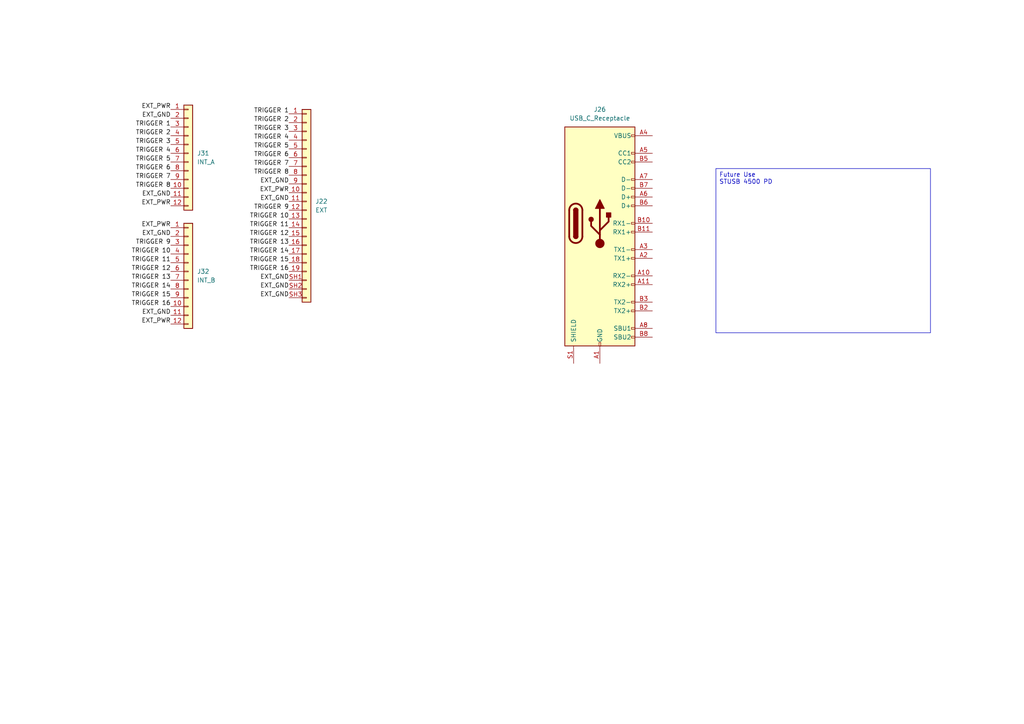
<source format=kicad_sch>
(kicad_sch (version 20231120) (generator "eeschema") (generator_version "8.0")
  (paper "A4")
  (title_block (title "Audio Thing Template") (rev "1.0") (company "velvia-fifty") (comment 1 "https://github.com/velvia-fifty/AudioThings") (comment 2 "You should have changed this already :)") (comment 4 "Stay humble"))
  (lib_symbols
    (symbol "AT-Symbols:HDMI" (pin_names (offset 1.016) hide)
      (property "Reference" "J26" (at 2.54 0.0001 0))
      (property "Value" "HDMI" (at 2.54 -2.5399 0))
      (symbol "HDMI_1_1"
        (rectangle (start -1.27 -27.813) (end 0 -28.067) (stroke (width 0.1524)))
        (rectangle (start -1.27 -25.273) (end 0 -25.527) (stroke (width 0.1524)))
        (rectangle (start -1.27 -22.733) (end 0 -22.987) (stroke (width 0.1524)))
        (rectangle (start -1.27 -20.193) (end 0 -20.447) (stroke (width 0.1524)))
        (rectangle (start -1.27 -17.653) (end 0 -17.907) (stroke (width 0.1524)))
        (rectangle (start -1.27 -15.113) (end 0 -15.367) (stroke (width 0.1524)))
        (rectangle (start -1.27 -12.573) (end 0 -12.827) (stroke (width 0.1524)))
        (rectangle (start -1.27 -10.033) (end 0 -10.287) (stroke (width 0.1524)))
        (rectangle (start -1.27 -7.493) (end 0 -7.747) (stroke (width 0.1524)))
        (rectangle (start -1.27 -4.953) (end 0 -5.207) (stroke (width 0.1524)))
        (rectangle (start -1.27 -2.413) (end 0 -2.667) (stroke (width 0.1524)))
        (rectangle (start -1.27 0.127) (end 0 -0.127) (stroke (width 0.1524)))
        (rectangle (start -1.27 2.667) (end 0 2.413) (stroke (width 0.1524)))
        (rectangle (start -1.27 5.207) (end 0 4.953) (stroke (width 0.1524)))
        (rectangle (start -1.27 7.747) (end 0 7.493) (stroke (width 0.1524)))
        (rectangle (start -1.27 10.287) (end 0 10.033) (stroke (width 0.1524)))
        (rectangle (start -1.27 12.827) (end 0 12.573) (stroke (width 0.1524)))
        (rectangle (start -1.27 15.367) (end 0 15.113) (stroke (width 0.1524)))
        (rectangle (start -1.27 17.907) (end 0 17.653) (stroke (width 0.1524)))
        (rectangle (start -1.27 20.447) (end 0 20.193) (stroke (width 0.1524)))
        (rectangle (start -1.27 22.987) (end 0 22.733) (stroke (width 0.1524)))
        (rectangle (start -1.27 25.527) (end 0 25.273) (stroke (width 0.1524)))
        (rectangle (start -1.27 26.67) (end 1.27 -29.21) (stroke (width 0.254)) (fill (type background)))
        (pin passive line (at -5.08 25.4 0) (length 3.81) (name "Pin_1") (number "1"))
        (pin passive line (at -5.08 2.54 0) (length 3.81) (name "Pin_10") (number "10"))
        (pin passive line (at -5.08 0 0) (length 3.81) (name "Pin_11") (number "11"))
        (pin passive line (at -5.08 -2.54 0) (length 3.81) (name "Pin_12") (number "12"))
        (pin passive line (at -5.08 -5.08 0) (length 3.81) (name "Pin_13") (number "13"))
        (pin passive line (at -5.08 -7.62 0) (length 3.81) (name "Pin_14") (number "14"))
        (pin passive line (at -5.08 -10.16 0) (length 3.81) (name "Pin_15") (number "15"))
        (pin passive line (at -5.08 -12.7 0) (length 3.81) (name "Pin_16") (number "16"))
        (pin passive line (at -5.08 -15.24 0) (length 3.81) (name "Pin_17") (number "17"))
        (pin passive line (at -5.08 -17.78 0) (length 3.81) (name "Pin_18") (number "18"))
        (pin passive line (at -5.08 -20.32 0) (length 3.81) (name "Pin_19") (number "19"))
        (pin passive line (at -5.08 22.86 0) (length 3.81) (name "Pin_2") (number "2"))
        (pin passive line (at -5.08 20.32 0) (length 3.81) (name "Pin_3") (number "3"))
        (pin passive line (at -5.08 17.78 0) (length 3.81) (name "Pin_4") (number "4"))
        (pin passive line (at -5.08 15.24 0) (length 3.81) (name "Pin_5") (number "5"))
        (pin passive line (at -5.08 12.7 0) (length 3.81) (name "Pin_6") (number "6"))
        (pin passive line (at -5.08 10.16 0) (length 3.81) (name "Pin_7") (number "7"))
        (pin passive line (at -5.08 7.62 0) (length 3.81) (name "Pin_8") (number "8"))
        (pin passive line (at -5.08 5.08 0) (length 3.81) (name "Pin_9") (number "9"))
        (pin passive line (at -5.08 -22.86 0) (length 3.81) (name "SH1") (number "SH1"))
        (pin passive line (at -5.08 -25.4 0) (length 3.81) (name "SH2") (number "SH2"))
        (pin passive line (at -5.08 -27.94 0) (length 3.81) (name "SH3") (number "SH3"))
      )
    )
    (symbol "Connector:USB_C_Receptacle" (pin_names (offset 1.016))
      (property "Reference" "J" (at -10.16 29.21 0))
      (property "Value" "USB_C_Receptacle" (at 10.16 29.21 0))
      (symbol "USB_C_Receptacle_0_0"
        (rectangle (start -0.254 -35.56) (end 0.254 -34.544))
        (rectangle (start 10.16 -32.766) (end 9.144 -33.274))
        (rectangle (start 10.16 -30.226) (end 9.144 -30.734))
        (rectangle (start 10.16 -25.146) (end 9.144 -25.654))
        (rectangle (start 10.16 -22.606) (end 9.144 -23.114))
        (rectangle (start 10.16 -17.526) (end 9.144 -18.034))
        (rectangle (start 10.16 -14.986) (end 9.144 -15.494))
        (rectangle (start 10.16 -9.906) (end 9.144 -10.414))
        (rectangle (start 10.16 -7.366) (end 9.144 -7.874))
        (rectangle (start 10.16 -2.286) (end 9.144 -2.794))
        (rectangle (start 10.16 0.254) (end 9.144 -0.254))
        (rectangle (start 10.16 5.334) (end 9.144 4.826))
        (rectangle (start 10.16 7.874) (end 9.144 7.366))
        (rectangle (start 10.16 10.414) (end 9.144 9.906))
        (rectangle (start 10.16 12.954) (end 9.144 12.446))
        (rectangle (start 10.16 18.034) (end 9.144 17.526))
        (rectangle (start 10.16 20.574) (end 9.144 20.066))
        (rectangle (start 10.16 25.654) (end 9.144 25.146))
      )
      (symbol "USB_C_Receptacle_0_1"
        (rectangle (start -10.16 27.94) (end 10.16 -35.56) (stroke (width 0.254)) (fill (type background)))
        (arc (start -8.89 -3.81) (mid -6.985 -5.7067) (end -5.08 -3.81) (stroke (width 0.508)))
        (arc (start -7.62 -3.81) (mid -6.985 -4.4423) (end -6.35 -3.81) (stroke (width 0.254)))
        (arc (start -7.62 -3.81) (mid -6.985 -4.4423) (end -6.35 -3.81) (stroke (width 0.254)) (fill (type outline)))
        (rectangle (start -7.62 -3.81) (end -6.35 3.81) (stroke (width 0.254)) (fill (type outline)))
        (arc (start -6.35 3.81) (mid -6.985 4.4423) (end -7.62 3.81) (stroke (width 0.254)))
        (arc (start -6.35 3.81) (mid -6.985 4.4423) (end -7.62 3.81) (stroke (width 0.254)) (fill (type outline)))
        (arc (start -5.08 3.81) (mid -6.985 5.7067) (end -8.89 3.81) (stroke (width 0.508)))
        (polyline (pts (xy -8.89 -3.81) (xy -8.89 3.81)) (stroke (width 0.508)))
        (polyline (pts (xy -5.08 3.81) (xy -5.08 -3.81)) (stroke (width 0.508)))
      )
      (symbol "USB_C_Receptacle_1_1"
        (circle (center -2.54 1.143) (radius 0.635) (stroke (width 0.254)) (fill (type outline)))
        (circle (center 0 -5.842) (radius 1.27) (fill (type outline)))
        (polyline (pts (xy 0 -5.842) (xy 0 4.318)) (stroke (width 0.508)))
        (polyline (pts (xy 0 -3.302) (xy -2.54 -0.762) (xy -2.54 0.508)) (stroke (width 0.508)))
        (polyline (pts (xy 0 -2.032) (xy 2.54 0.508) (xy 2.54 1.778)) (stroke (width 0.508)))
        (polyline (pts (xy -1.27 4.318) (xy 0 6.858) (xy 1.27 4.318) (xy -1.27 4.318)) (stroke (width 0.254)) (fill (type outline)))
        (rectangle (start 1.905 1.778) (end 3.175 3.048) (stroke (width 0.254)) (fill (type outline)))
        (pin passive line (at 0 -40.64 90) (length 5.08) (name "GND") (number "A1"))
        (pin bidirectional line (at 15.24 -15.24 180) (length 5.08) (name "RX2-") (number "A10"))
        (pin bidirectional line (at 15.24 -17.78 180) (length 5.08) (name "RX2+") (number "A11"))
        (pin passive line (at 0 -40.64 90) (length 5.08) hide (name "GND") (number "A12"))
        (pin bidirectional line (at 15.24 -10.16 180) (length 5.08) (name "TX1+") (number "A2"))
        (pin bidirectional line (at 15.24 -7.62 180) (length 5.08) (name "TX1-") (number "A3"))
        (pin passive line (at 15.24 25.4 180) (length 5.08) (name "VBUS") (number "A4"))
        (pin bidirectional line (at 15.24 20.32 180) (length 5.08) (name "CC1") (number "A5"))
        (pin bidirectional line (at 15.24 7.62 180) (length 5.08) (name "D+") (number "A6"))
        (pin bidirectional line (at 15.24 12.7 180) (length 5.08) (name "D-") (number "A7"))
        (pin bidirectional line (at 15.24 -30.48 180) (length 5.08) (name "SBU1") (number "A8"))
        (pin passive line (at 15.24 25.4 180) (length 5.08) hide (name "VBUS") (number "A9"))
        (pin passive line (at 0 -40.64 90) (length 5.08) hide (name "GND") (number "B1"))
        (pin bidirectional line (at 15.24 0 180) (length 5.08) (name "RX1-") (number "B10"))
        (pin bidirectional line (at 15.24 -2.54 180) (length 5.08) (name "RX1+") (number "B11"))
        (pin passive line (at 0 -40.64 90) (length 5.08) hide (name "GND") (number "B12"))
        (pin bidirectional line (at 15.24 -25.4 180) (length 5.08) (name "TX2+") (number "B2"))
        (pin bidirectional line (at 15.24 -22.86 180) (length 5.08) (name "TX2-") (number "B3"))
        (pin passive line (at 15.24 25.4 180) (length 5.08) hide (name "VBUS") (number "B4"))
        (pin bidirectional line (at 15.24 17.78 180) (length 5.08) (name "CC2") (number "B5"))
        (pin bidirectional line (at 15.24 5.08 180) (length 5.08) (name "D+") (number "B6"))
        (pin bidirectional line (at 15.24 10.16 180) (length 5.08) (name "D-") (number "B7"))
        (pin bidirectional line (at 15.24 -33.02 180) (length 5.08) (name "SBU2") (number "B8"))
        (pin passive line (at 15.24 25.4 180) (length 5.08) hide (name "VBUS") (number "B9"))
        (pin passive line (at -7.62 -40.64 90) (length 5.08) (name "SHIELD") (number "S1"))
      )
    )
    (symbol "Connector_Generic:Conn_01x12" (pin_names (offset 1.016) hide)
      (property "Reference" "J" (at 0 15.24 0))
      (property "Value" "Conn_01x12" (at 0 -17.78 0))
      (symbol "Conn_01x12_1_1"
        (rectangle (start -1.27 -15.113) (end 0 -15.367) (stroke (width 0.1524)))
        (rectangle (start -1.27 -12.573) (end 0 -12.827) (stroke (width 0.1524)))
        (rectangle (start -1.27 -10.033) (end 0 -10.287) (stroke (width 0.1524)))
        (rectangle (start -1.27 -7.493) (end 0 -7.747) (stroke (width 0.1524)))
        (rectangle (start -1.27 -4.953) (end 0 -5.207) (stroke (width 0.1524)))
        (rectangle (start -1.27 -2.413) (end 0 -2.667) (stroke (width 0.1524)))
        (rectangle (start -1.27 0.127) (end 0 -0.127) (stroke (width 0.1524)))
        (rectangle (start -1.27 2.667) (end 0 2.413) (stroke (width 0.1524)))
        (rectangle (start -1.27 5.207) (end 0 4.953) (stroke (width 0.1524)))
        (rectangle (start -1.27 7.747) (end 0 7.493) (stroke (width 0.1524)))
        (rectangle (start -1.27 10.287) (end 0 10.033) (stroke (width 0.1524)))
        (rectangle (start -1.27 12.827) (end 0 12.573) (stroke (width 0.1524)))
        (rectangle (start -1.27 13.97) (end 1.27 -16.51) (stroke (width 0.254)) (fill (type background)))
        (pin passive line (at -5.08 12.7 0) (length 3.81) (name "Pin_1") (number "1"))
        (pin passive line (at -5.08 -10.16 0) (length 3.81) (name "Pin_10") (number "10"))
        (pin passive line (at -5.08 -12.7 0) (length 3.81) (name "Pin_11") (number "11"))
        (pin passive line (at -5.08 -15.24 0) (length 3.81) (name "Pin_12") (number "12"))
        (pin passive line (at -5.08 10.16 0) (length 3.81) (name "Pin_2") (number "2"))
        (pin passive line (at -5.08 7.62 0) (length 3.81) (name "Pin_3") (number "3"))
        (pin passive line (at -5.08 5.08 0) (length 3.81) (name "Pin_4") (number "4"))
        (pin passive line (at -5.08 2.54 0) (length 3.81) (name "Pin_5") (number "5"))
        (pin passive line (at -5.08 0 0) (length 3.81) (name "Pin_6") (number "6"))
        (pin passive line (at -5.08 -2.54 0) (length 3.81) (name "Pin_7") (number "7"))
        (pin passive line (at -5.08 -5.08 0) (length 3.81) (name "Pin_8") (number "8"))
        (pin passive line (at -5.08 -7.62 0) (length 3.81) (name "Pin_9") (number "9"))
      )
    )
  )
  (text_box "Future Use\nSTUSB 4500 PD" (at 207.645 48.895 0) (size 62.23 47.625) (effects (font (size 1.27 1.27)) (justify left top)))
  (label "EXT_GND" (at 83.82 53.34 180))
  (label "EXT_GND" (at 83.82 83.82 180))
  (label "TRIGGER 3" (at 83.82 38.1 180))
  (label "TRIGGER 2" (at 83.82 35.56 180))
  (label "TRIGGER 9" (at 49.53 71.12 180))
  (label "EXT_GND" (at 83.82 58.42 180))
  (label "TRIGGER 4" (at 83.82 40.64 180))
  (label "TRIGGER 15" (at 49.53 86.36 180))
  (label "TRIGGER 10" (at 49.53 73.66 180))
  (label "EXT_GND" (at 49.53 68.58 180))
  (label "TRIGGER 13" (at 49.53 81.28 180))
  (label "TRIGGER 3" (at 49.53 41.91 180))
  (label "TRIGGER 12" (at 83.82 68.58 180))
  (label "TRIGGER 14" (at 49.53 83.82 180))
  (label "TRIGGER 7" (at 83.82 48.26 180))
  (label "TRIGGER 5" (at 49.53 46.99 180))
  (label "TRIGGER 9" (at 83.82 60.96 180))
  (label "TRIGGER 1" (at 49.53 36.83 180))
  (label "TRIGGER 6" (at 83.82 45.72 180))
  (label "TRIGGER 14" (at 83.82 73.66 180))
  (label "TRIGGER 8" (at 49.53 54.61 180))
  (label "TRIGGER 7" (at 49.53 52.07 180))
  (label "TRIGGER 10" (at 83.82 63.5 180))
  (label "TRIGGER 1" (at 83.82 33.02 180))
  (label "EXT_PWR" (at 83.82 55.88 180))
  (label "TRIGGER 6" (at 49.53 49.53 180))
  (label "TRIGGER 13" (at 83.82 71.12 180))
  (label "TRIGGER 4" (at 49.53 44.45 180))
  (label "TRIGGER 2" (at 49.53 39.37 180))
  (label "EXT_GND" (at 83.82 81.28 180))
  (label "EXT_PWR" (at 49.53 93.98 180))
  (label "TRIGGER 12" (at 49.53 78.74 180))
  (label "TRIGGER 11" (at 49.53 76.2 180))
  (label "TRIGGER 11" (at 83.82 66.04 180))
  (label "TRIGGER 16" (at 49.53 88.9 180))
  (label "TRIGGER 16" (at 83.82 78.74 180))
  (label "EXT_PWR" (at 49.53 31.75 180))
  (label "EXT_GND" (at 49.53 34.29 180))
  (label "TRIGGER 8" (at 83.82 50.8 180))
  (label "EXT_GND" (at 49.53 57.15 180))
  (label "TRIGGER 5" (at 83.82 43.18 180))
  (label "EXT_PWR" (at 49.53 59.69 180))
  (label "EXT_GND" (at 49.53 91.44 180))
  (label "TRIGGER 15" (at 83.82 76.2 180))
  (label "EXT_GND" (at 83.82 86.36 180))
  (label "EXT_PWR" (at 49.53 66.04 180))
  (symbol (lib_id "Connector_Generic:Conn_01x12") (at 54.61 44.45 0) (unit 1)
    (property "Reference" "J31" (at 57.15 44.4499 0) (effects (justify left)))
    (property "Value" "INT_A" (at 57.15 46.9899 0) (effects (justify left)))
    (property "Footprint" "AT-Footprints:JST_SHL 12pin w pads" (effects (hide yes)))
    (property "Description" "Generic connector, single row, 01x12, script generated (kicad-library-utils/schlib/autogen/connector/)" (effects (hide yes)))
  )
  (symbol (lib_id "Connector:USB_C_Receptacle") (at 173.99 64.77 0) (unit 1)
    (property "Reference" "J26" (at 173.99 31.75 0))
    (property "Value" "USB_C_Receptacle" (at 173.99 34.29 0))
    (property "Footprint" "AT-Footprints:GCT_USB4115-03-C_REVB4" (effects (hide yes)))
    (property "Datasheet" "https://www.usb.org/sites/default/files/documents/usb_type-c.zip" (effects (hide yes)))
    (property "Description" "USB Full-Featured Type-C Receptacle connector" (effects (hide yes)))
  )
  (symbol (lib_id "AT-Symbols:HDMI") (at 88.9 58.42 0) (unit 1)
    (property "Reference" "J22" (at 91.44 58.4199 0) (effects (justify left)))
    (property "Value" "EXT" (at 91.44 60.9599 0) (effects (justify left)))
    (property "Footprint" "AT-Footprints:AMPHENOL_10078837-001LF" (effects (hide yes)))
    (property "Description" "Generic connector, single row, 01x22, script generated (kicad-library-utils/schlib/autogen/connector/)" (effects (hide yes)))
  )
  (symbol (lib_id "Connector_Generic:Conn_01x12") (at 54.61 78.74 0) (unit 1)
    (property "Reference" "J32" (at 57.15 78.7399 0) (effects (justify left)))
    (property "Value" "INT_B" (at 57.15 81.2799 0) (effects (justify left)))
    (property "Footprint" "AT-Footprints:JST_SHL 12pin w pads" (effects (hide yes)))
    (property "Description" "Generic connector, single row, 01x12, script generated (kicad-library-utils/schlib/autogen/connector/)" (effects (hide yes)))
  )
)
</source>
